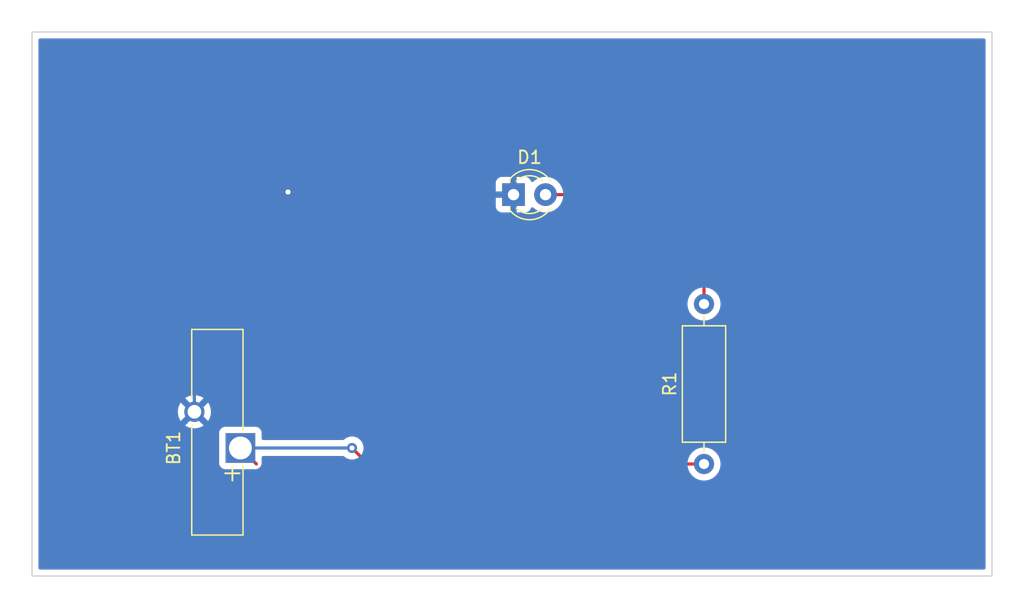
<source format=kicad_pcb>
(kicad_pcb (version 20211014) (generator pcbnew)
  (layers (0 "F.Cu" signal) (31 "B.Cu" signal) (34 "B.Paste" user) (35 "F.Paste" user) (36 "B.SilkS" user "B.Silkscreen") (37 "F.SilkS" user "F.Silkscreen") (38 "B.Mask" user) (39 "F.Mask" user) (44 "Edge.Cuts" user))
  (net 0 "")
  (net 1 "VCC")
  (net 2 "GND")
  (net 3 "/LED")
  (footprint "Resistor_THT:R_Axial_DIN0309_L9.0mm_D3.2mm_P12.70mm_Horizontal" (layer "F.Cu") (at 167.64 118.11 90)
    (fp_text reference "R1" (at 6.35 -2.72 90) (layer "F.SilkS"))
    (fp_text value "1k")
    (fp_line (start 10.97 1.72) (end 10.97 -1.72) (layer "F.SilkS") (width 0.12))
    (fp_line (start 10.97 -1.72) (end 1.73 -1.72) (layer "F.SilkS") (width 0.12))
    (fp_line (start 11.66 0) (end 10.97 0) (layer "F.SilkS") (width 0.12))
    (fp_line (start 1.73 -1.72) (end 1.73 1.72) (layer "F.SilkS") (width 0.12))
    (fp_line (start 1.04 0) (end 1.73 0) (layer "F.SilkS") (width 0.12))
    (fp_line (start 1.73 1.72) (end 10.97 1.72) (layer "F.SilkS") (width 0.12))
    (pad "1" thru_hole circle (at 0 0 90) (size 1.6 1.6) (drill 0.8) (layers *.Cu *.Mask) (net 1 "VCC"))
    (pad "2" thru_hole oval (at 12.7 0 90) (size 1.6 1.6) (drill 0.8) (layers *.Cu *.Mask) (net 3 "/LED"))
  )
  (footprint "Battery:Battery_Panasonic_CR1632-V1AN_Vertical_CircularHoles" (layer "F.Cu") (at 130.84 116.84 90)
    (fp_text reference "BT1" (at 0 -5.3 90) (layer "F.SilkS"))
    (fp_text value "3V")
    (fp_text user "+" (at -2.01 -0.75 90) (layer "F.SilkS") (effects (font (size 1.5 1.5))))
    (fp_line (start -6.91 -3.86) (end 1.81 -3.86) (layer "F.SilkS") (width 0.12))
    (fp_line (start 1.44 0.21) (end 9.41 0.21) (layer "F.SilkS") (width 0.12))
    (fp_line (start 3.94 -3.86) (end 9.41 -3.86) (layer "F.SilkS") (width 0.12))
    (fp_line (start -6.91 0.21) (end -6.91 -3.86) (layer "F.SilkS") (width 0.12))
    (fp_line (start 9.41 0.21) (end 9.41 -3.86) (layer "F.SilkS") (width 0.12))
    (fp_line (start -6.91 0.21) (end -1.43 0.21) (layer "F.SilkS") (width 0.12))
    (pad "1" thru_hole rect (at 0 0 180) (size 2.35 2.35) (drill 1.82) (layers *.Cu *.Mask) (net 1 "VCC"))
    (pad "2" thru_hole circle (at 2.875 -3.65 90) (size 1.6 1.6) (drill 1.09) (layers *.Cu *.Mask) (net 2 "GND"))
  )
  (footprint "LED_THT:LED_D3.0mm" (layer "F.Cu") (at 152.52 96.73)
    (fp_text reference "D1" (at 1.27 -2.96) (layer "F.SilkS"))
    (fp_text value "red")
    (fp_line (start -0.29 -1.236) (end -0.29 -1.08) (layer "F.SilkS") (width 0.12))
    (fp_line (start -0.29 1.08) (end -0.29 1.236) (layer "F.SilkS") (width 0.12))
    (fp_arc (start 2.31113 1.079837) (mid 1.270117 1.5) (end 0.229039 1.08) (layer "F.SilkS") (width 0.12))
    (fp_arc (start -0.29 -1.235516) (mid 1.366487 -1.987659) (end 2.942335 -1.078608) (layer "F.SilkS") (width 0.12))
    (fp_arc (start 2.942335 1.078608) (mid 1.366487 1.987659) (end -0.29 1.235516) (layer "F.SilkS") (width 0.12))
    (fp_arc (start 0.229039 -1.08) (mid 1.270117 -1.5) (end 2.31113 -1.079837) (layer "F.SilkS") (width 0.12))
    (pad "1" thru_hole rect (at 0 0) (size 1.8 1.8) (drill 0.9) (layers *.Cu *.Mask) (net 2 "GND"))
    (pad "2" thru_hole circle (at 2.54 0) (size 1.8 1.8) (drill 0.9) (layers *.Cu *.Mask) (net 3 "/LED"))
  )
  (gr_rect (start 114.3 127) (end 190.5 83.82) (layer "Edge.Cuts") (width 0.1) (fill none))
  (segment (start 139.7 116.84) (end 140.97 118.11) (width 0.25) (layer "F.Cu") (net 1))
  (segment (start 132.11 118.11) (end 130.84 116.84) (width 0.25) (layer "F.Cu") (net 1))
  (segment (start 140.97 118.11) (end 167.64 118.11) (width 0.25) (layer "F.Cu") (net 1))
  (via (at 139.7 116.84) (size 0.8) (drill 0.4) (layers "F.Cu" "B.Cu") (net 1))
  (segment (start 130.84 116.84) (end 139.7 116.84) (width 0.25) (layer "B.Cu") (net 1))
  (segment (start 152.52 96.73) (end 134.83 96.73) (width 0.25) (layer "F.Cu") (net 2))
  (segment (start 134.83 96.73) (end 134.62 96.52) (width 0.25) (layer "F.Cu") (net 2))
  (via (at 134.62 96.52) (size 0.8) (drill 0.4) (layers "F.Cu" "B.Cu") (net 2))
  (segment (start 127 96.52) (end 134.62 96.52) (width 0.25) (layer "B.Cu") (net 2))
  (segment (start 127.19 96.71) (end 127 96.52) (width 0.25) (layer "B.Cu") (net 2))
  (segment (start 127.19 113.965) (end 127.19 96.71) (width 0.25) (layer "B.Cu") (net 2))
  (segment (start 134.62 96.52) (end 134.83 96.73) (width 0.25) (layer "B.Cu") (net 2))
  (segment (start 155.06 96.73) (end 167.43 96.73) (width 0.25) (layer "F.Cu") (net 3))
  (segment (start 167.43 96.73) (end 167.64 96.52) (width 0.25) (layer "F.Cu") (net 3))
  (segment (start 167.64 96.52) (end 167.64 105.41) (width 0.25) (layer "F.Cu") (net 3))
  (zone (net 2) (net_name "GND") (layer "B.Cu") (connect_pads (clearance 0.508)) (min_thickness 0.254) (fill yes (thermal_gap 0.508) (thermal_bridge_width 0.508))
    (polygon (pts (xy 193.04 129.54) (xy 111.76 129.54) (xy 111.76 81.28) (xy 193.04 81.28)))
  )
)
</source>
